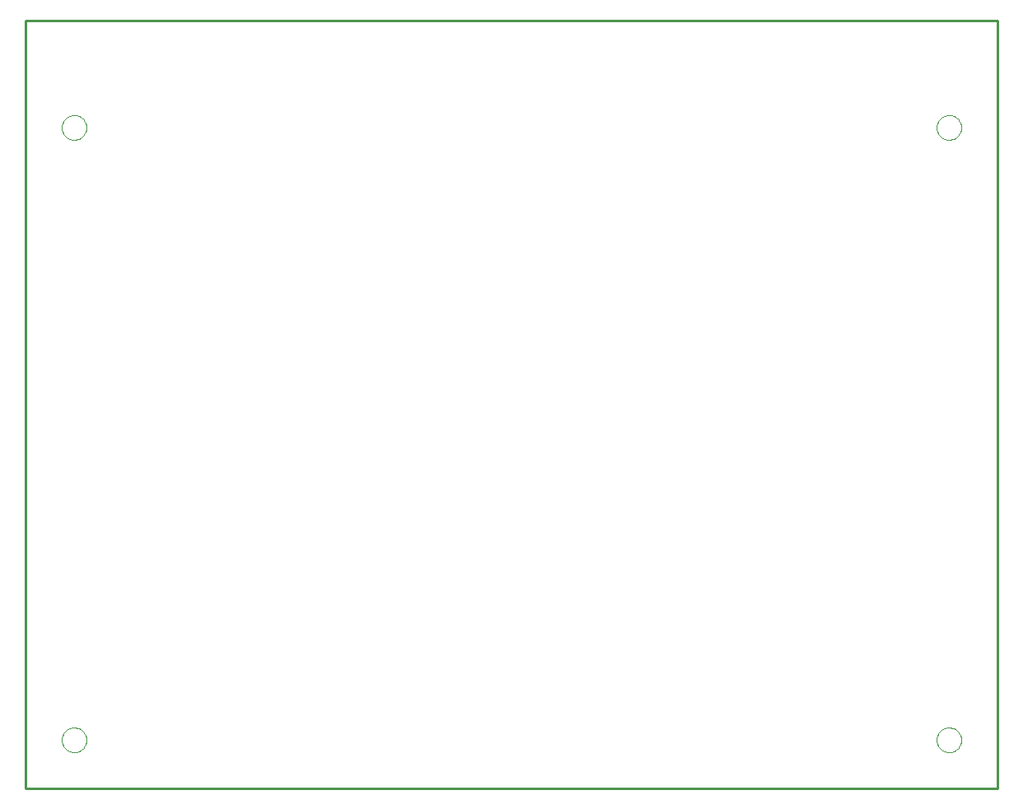
<source format=gbr>
G75*
G70*
%OFA0B0*%
%FSLAX24Y24*%
%IPPOS*%
%LPD*%
%AMOC8*
5,1,8,0,0,1.08239X$1,22.5*
%
%ADD10C,0.0100*%
%ADD11C,0.0000*%
D10*
X000156Y002338D02*
X039526Y002338D01*
X039526Y033441D01*
X000156Y033441D01*
X000156Y002338D01*
D11*
X001620Y004307D02*
X001622Y004352D01*
X001628Y004398D01*
X001639Y004442D01*
X001653Y004485D01*
X001671Y004527D01*
X001693Y004567D01*
X001718Y004605D01*
X001747Y004640D01*
X001779Y004672D01*
X001813Y004702D01*
X001851Y004728D01*
X001890Y004751D01*
X001931Y004770D01*
X001974Y004785D01*
X002018Y004797D01*
X002063Y004804D01*
X002109Y004807D01*
X002154Y004806D01*
X002199Y004801D01*
X002244Y004791D01*
X002287Y004778D01*
X002330Y004761D01*
X002370Y004740D01*
X002408Y004715D01*
X002444Y004688D01*
X002478Y004657D01*
X002508Y004623D01*
X002535Y004586D01*
X002559Y004547D01*
X002579Y004506D01*
X002595Y004464D01*
X002607Y004420D01*
X002615Y004375D01*
X002619Y004330D01*
X002619Y004284D01*
X002615Y004239D01*
X002607Y004194D01*
X002595Y004150D01*
X002579Y004108D01*
X002559Y004067D01*
X002535Y004028D01*
X002508Y003991D01*
X002478Y003957D01*
X002444Y003926D01*
X002408Y003899D01*
X002370Y003874D01*
X002330Y003853D01*
X002287Y003836D01*
X002244Y003823D01*
X002199Y003813D01*
X002154Y003808D01*
X002109Y003807D01*
X002063Y003810D01*
X002018Y003817D01*
X001974Y003829D01*
X001931Y003844D01*
X001890Y003863D01*
X001851Y003886D01*
X001813Y003912D01*
X001779Y003942D01*
X001747Y003974D01*
X001718Y004009D01*
X001693Y004047D01*
X001671Y004087D01*
X001653Y004129D01*
X001639Y004172D01*
X001628Y004216D01*
X001622Y004262D01*
X001620Y004307D01*
X001620Y029110D02*
X001622Y029155D01*
X001628Y029201D01*
X001639Y029245D01*
X001653Y029288D01*
X001671Y029330D01*
X001693Y029370D01*
X001718Y029408D01*
X001747Y029443D01*
X001779Y029475D01*
X001813Y029505D01*
X001851Y029531D01*
X001890Y029554D01*
X001931Y029573D01*
X001974Y029588D01*
X002018Y029600D01*
X002063Y029607D01*
X002109Y029610D01*
X002154Y029609D01*
X002199Y029604D01*
X002244Y029594D01*
X002287Y029581D01*
X002330Y029564D01*
X002370Y029543D01*
X002408Y029518D01*
X002444Y029491D01*
X002478Y029460D01*
X002508Y029426D01*
X002535Y029389D01*
X002559Y029350D01*
X002579Y029309D01*
X002595Y029267D01*
X002607Y029223D01*
X002615Y029178D01*
X002619Y029133D01*
X002619Y029087D01*
X002615Y029042D01*
X002607Y028997D01*
X002595Y028953D01*
X002579Y028911D01*
X002559Y028870D01*
X002535Y028831D01*
X002508Y028794D01*
X002478Y028760D01*
X002444Y028729D01*
X002408Y028702D01*
X002370Y028677D01*
X002330Y028656D01*
X002287Y028639D01*
X002244Y028626D01*
X002199Y028616D01*
X002154Y028611D01*
X002109Y028610D01*
X002063Y028613D01*
X002018Y028620D01*
X001974Y028632D01*
X001931Y028647D01*
X001890Y028666D01*
X001851Y028689D01*
X001813Y028715D01*
X001779Y028745D01*
X001747Y028777D01*
X001718Y028812D01*
X001693Y028850D01*
X001671Y028890D01*
X001653Y028932D01*
X001639Y028975D01*
X001628Y029019D01*
X001622Y029065D01*
X001620Y029110D01*
X037053Y029110D02*
X037055Y029155D01*
X037061Y029201D01*
X037072Y029245D01*
X037086Y029288D01*
X037104Y029330D01*
X037126Y029370D01*
X037151Y029408D01*
X037180Y029443D01*
X037212Y029475D01*
X037246Y029505D01*
X037284Y029531D01*
X037323Y029554D01*
X037364Y029573D01*
X037407Y029588D01*
X037451Y029600D01*
X037496Y029607D01*
X037542Y029610D01*
X037587Y029609D01*
X037632Y029604D01*
X037677Y029594D01*
X037720Y029581D01*
X037763Y029564D01*
X037803Y029543D01*
X037841Y029518D01*
X037877Y029491D01*
X037911Y029460D01*
X037941Y029426D01*
X037968Y029389D01*
X037992Y029350D01*
X038012Y029309D01*
X038028Y029267D01*
X038040Y029223D01*
X038048Y029178D01*
X038052Y029133D01*
X038052Y029087D01*
X038048Y029042D01*
X038040Y028997D01*
X038028Y028953D01*
X038012Y028911D01*
X037992Y028870D01*
X037968Y028831D01*
X037941Y028794D01*
X037911Y028760D01*
X037877Y028729D01*
X037841Y028702D01*
X037803Y028677D01*
X037763Y028656D01*
X037720Y028639D01*
X037677Y028626D01*
X037632Y028616D01*
X037587Y028611D01*
X037542Y028610D01*
X037496Y028613D01*
X037451Y028620D01*
X037407Y028632D01*
X037364Y028647D01*
X037323Y028666D01*
X037284Y028689D01*
X037246Y028715D01*
X037212Y028745D01*
X037180Y028777D01*
X037151Y028812D01*
X037126Y028850D01*
X037104Y028890D01*
X037086Y028932D01*
X037072Y028975D01*
X037061Y029019D01*
X037055Y029065D01*
X037053Y029110D01*
X037053Y004307D02*
X037055Y004352D01*
X037061Y004398D01*
X037072Y004442D01*
X037086Y004485D01*
X037104Y004527D01*
X037126Y004567D01*
X037151Y004605D01*
X037180Y004640D01*
X037212Y004672D01*
X037246Y004702D01*
X037284Y004728D01*
X037323Y004751D01*
X037364Y004770D01*
X037407Y004785D01*
X037451Y004797D01*
X037496Y004804D01*
X037542Y004807D01*
X037587Y004806D01*
X037632Y004801D01*
X037677Y004791D01*
X037720Y004778D01*
X037763Y004761D01*
X037803Y004740D01*
X037841Y004715D01*
X037877Y004688D01*
X037911Y004657D01*
X037941Y004623D01*
X037968Y004586D01*
X037992Y004547D01*
X038012Y004506D01*
X038028Y004464D01*
X038040Y004420D01*
X038048Y004375D01*
X038052Y004330D01*
X038052Y004284D01*
X038048Y004239D01*
X038040Y004194D01*
X038028Y004150D01*
X038012Y004108D01*
X037992Y004067D01*
X037968Y004028D01*
X037941Y003991D01*
X037911Y003957D01*
X037877Y003926D01*
X037841Y003899D01*
X037803Y003874D01*
X037763Y003853D01*
X037720Y003836D01*
X037677Y003823D01*
X037632Y003813D01*
X037587Y003808D01*
X037542Y003807D01*
X037496Y003810D01*
X037451Y003817D01*
X037407Y003829D01*
X037364Y003844D01*
X037323Y003863D01*
X037284Y003886D01*
X037246Y003912D01*
X037212Y003942D01*
X037180Y003974D01*
X037151Y004009D01*
X037126Y004047D01*
X037104Y004087D01*
X037086Y004129D01*
X037072Y004172D01*
X037061Y004216D01*
X037055Y004262D01*
X037053Y004307D01*
M02*

</source>
